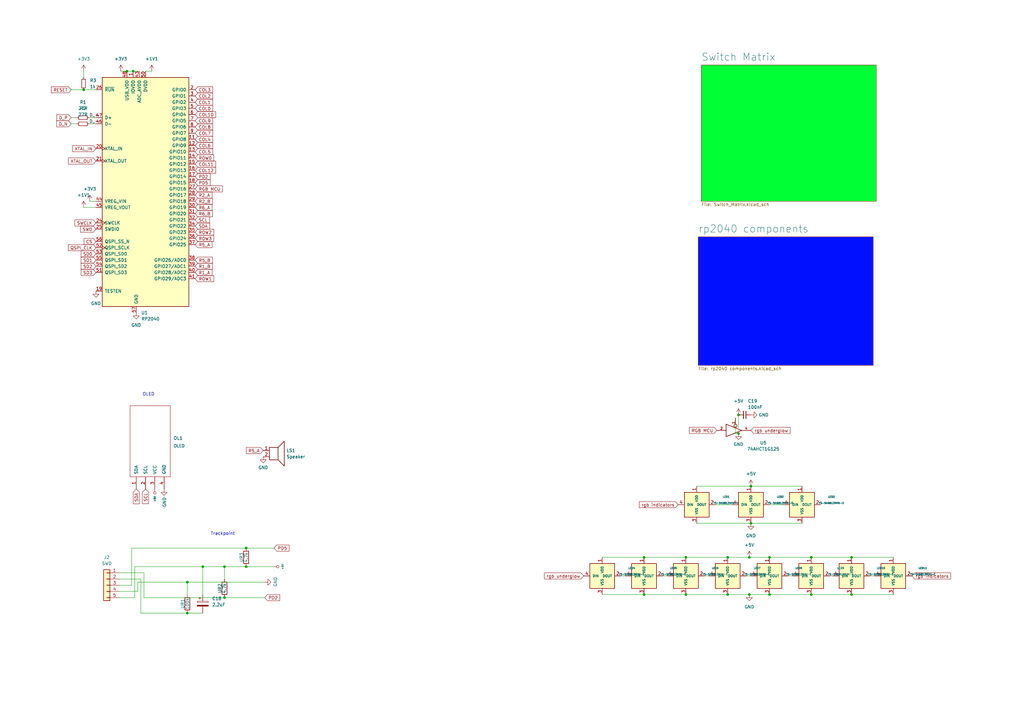
<source format=kicad_sch>
(kicad_sch (version 20211123) (generator eeschema)
  (paper "A3")
  (lib_symbols
    (symbol "74AHCT1G125_1" (pin_names (offset 1.016))
      (property "Reference" "U5" (at 11.43 -5.08 0))
      (property "Value" "74AHCT1G125" (at 11.43 -7.62 0))
      (symbol "74AHCT1G125_1_0_1"
        (polyline (pts (xy -3.81 2.54) (xy -3.81 -2.54) (xy 2.54 0) (xy -3.81 2.54)) (stroke (width 0.254)))
      )
      (symbol "74AHCT1G125_1_1_1"
        (pin input inverted (at 0 5.08 270) (length 3.81) (name "~") (number "1"))
        (pin input line (at -7.62 0 0) (length 3.81) (name "~") (number "2"))
        (pin power_in line (at 1.27 -1.27 270) (length 0) hide (name "GND") (number "3"))
        (pin tri_state line (at 6.35 0 180) (length 3.81) (name "~") (number "4"))
        (pin power_in line (at 1.27 1.27 90) (length 0) hide (name "+5V") (number "5"))
      )
    )
    (symbol "Connector_Generic:Conn_01x05" (pin_names (offset 1.016) hide)
      (property "Reference" "J" (at 0 7.62 0))
      (property "Value" "Conn_01x05" (at 0 -7.62 0))
      (symbol "Conn_01x05_1_1"
        (rectangle (start -1.27 -4.953) (end 0 -5.207) (stroke (width 0.1524)))
        (rectangle (start -1.27 -2.413) (end 0 -2.667) (stroke (width 0.1524)))
        (rectangle (start -1.27 0.127) (end 0 -0.127) (stroke (width 0.1524)))
        (rectangle (start -1.27 2.667) (end 0 2.413) (stroke (width 0.1524)))
        (rectangle (start -1.27 5.207) (end 0 4.953) (stroke (width 0.1524)))
        (rectangle (start -1.27 6.35) (end 1.27 -6.35) (stroke (width 0.254)) (fill (type background)))
        (pin passive line (at -5.08 5.08 0) (length 3.81) (name "Pin_1") (number "1"))
        (pin passive line (at -5.08 2.54 0) (length 3.81) (name "Pin_2") (number "2"))
        (pin passive line (at -5.08 0 0) (length 3.81) (name "Pin_3") (number "3"))
        (pin passive line (at -5.08 -2.54 0) (length 3.81) (name "Pin_4") (number "4"))
        (pin passive line (at -5.08 -5.08 0) (length 3.81) (name "Pin_5") (number "5"))
      )
    )
    (symbol "Device:C_Polarized" (pin_numbers hide) (pin_names (offset 0.254))
      (property "Reference" "C" (at 0.635 2.54 0))
      (property "Value" "C_Polarized" (at 0.635 -2.54 0))
      (symbol "C_Polarized_0_1"
        (rectangle (start -2.286 0.508) (end 2.286 1.016))
        (polyline (pts (xy -1.778 2.286) (xy -0.762 2.286)))
        (polyline (pts (xy -1.27 2.794) (xy -1.27 1.778)))
        (rectangle (start 2.286 -0.508) (end -2.286 -1.016) (fill (type outline)))
      )
      (symbol "C_Polarized_1_1"
        (pin passive line (at 0 3.81 270) (length 2.794) (name "~") (number "1"))
        (pin passive line (at 0 -3.81 90) (length 2.794) (name "~") (number "2"))
      )
    )
    (symbol "Device:C_Small" (pin_numbers hide) (pin_names (offset 0.254) hide)
      (property "Reference" "C" (at 0.254 1.778 0))
      (property "Value" "C_Small" (at 0.254 -2.032 0))
      (symbol "C_Small_0_1"
        (polyline (pts (xy -1.524 -0.508) (xy 1.524 -0.508)) (stroke (width 0.3302)))
        (polyline (pts (xy -1.524 0.508) (xy 1.524 0.508)) (stroke (width 0.3048)))
      )
      (symbol "C_Small_1_1"
        (pin passive line (at 0 2.54 270) (length 2.032) (name "~") (number "1"))
        (pin passive line (at 0 -2.54 90) (length 2.032) (name "~") (number "2"))
      )
    )
    (symbol "Device:R_Small" (pin_numbers hide) (pin_names (offset 0.254) hide)
      (property "Reference" "R" (at 0.762 0.508 0))
      (property "Value" "R_Small" (at 0.762 -1.016 0))
      (symbol "R_Small_0_1"
        (rectangle (start -0.762 1.778) (end 0.762 -1.778) (stroke (width 0.2032)))
      )
      (symbol "R_Small_1_1"
        (pin passive line (at 0 2.54 270) (length 0.762) (name "~") (number "1"))
        (pin passive line (at 0 -2.54 90) (length 0.762) (name "~") (number "2"))
      )
    )
    (symbol "Device:Speaker" (pin_names (offset 0) hide)
      (property "Reference" "LS" (at 1.27 5.715 0))
      (property "Value" "Speaker" (at 1.27 3.81 0))
      (symbol "Speaker_0_0"
        (rectangle (start -2.54 1.27) (end 1.016 -3.81) (stroke (width 0.254)))
        (polyline (pts (xy 1.016 1.27) (xy 3.556 3.81) (xy 3.556 -6.35) (xy 1.016 -3.81)) (stroke (width 0.254)))
      )
      (symbol "Speaker_1_1"
        (pin input line (at -5.08 0 0) (length 2.54) (name "1") (number "1"))
        (pin input line (at -5.08 -2.54 0) (length 2.54) (name "2") (number "2"))
      )
    )
    (symbol "GND_1" (power) (pin_names (offset 0))
      (property "Value" "GND_1" (at 0 -3.81 0))
      (symbol "GND_1_0_1"
        (polyline (pts (xy 0 0) (xy 0 -1.27) (xy 1.27 -1.27) (xy 0 -2.54) (xy -1.27 -1.27) (xy 0 -1.27)))
      )
      (symbol "GND_1_1_1"
        (pin power_in line (at 0 0 270) (length 0) hide (name "GND") (number "1"))
      )
    )
    (symbol "GND_2" (power) (pin_names (offset 0))
      (property "Value" "GND_2" (at 0 -3.81 0))
      (symbol "GND_2_0_1"
        (polyline (pts (xy 0 0) (xy 0 -1.27) (xy 1.27 -1.27) (xy 0 -2.54) (xy -1.27 -1.27) (xy 0 -1.27)))
      )
      (symbol "GND_2_1_1"
        (pin power_in line (at 0 0 270) (length 0) hide (name "GND") (number "1"))
      )
    )
    (symbol "Sleep-lib:RP2040" (pin_names (offset 1.016))
      (property "Reference" "U" (at 8.89 51.435 0))
      (property "Value" "RP2040" (at 8.89 48.895 0))
      (symbol "RP2040_0_0"
        (rectangle (start -17.78 -45.72) (end 17.78 48.26) (stroke (width 0.254)) (fill (type background)))
      )
      (symbol "RP2040_1_1"
        (pin power_in line (at -5.08 50.8 270) (length 2.54) (name "IOVDD") (number "1"))
        (pin power_in line (at -5.08 50.8 270) (length 2.54) hide (name "IOVDD") (number "10"))
        (pin input line (at 20.32 22.86 180) (length 2.54) (name "GPIO8") (number "11"))
        (pin input line (at 20.32 20.32 180) (length 2.54) (name "GPIO9") (number "12"))
        (pin input line (at 20.32 17.78 180) (length 2.54) (name "GPIO10") (number "13"))
        (pin input line (at 20.32 15.24 180) (length 2.54) (name "GPIO11") (number "14"))
        (pin input line (at 20.32 12.7 180) (length 2.54) (name "GPIO12") (number "15"))
        (pin input line (at 20.32 10.16 180) (length 2.54) (name "GPIO13") (number "16"))
        (pin input line (at 20.32 7.62 180) (length 2.54) (name "GPIO14") (number "17"))
        (pin input line (at 20.32 5.08 180) (length 2.54) (name "GPIO15") (number "18"))
        (pin input line (at -20.32 -39.37 0) (length 2.54) (name "TESTEN") (number "19"))
        (pin input line (at 20.32 43.18 180) (length 2.54) (name "GPIO0") (number "2"))
        (pin input clock (at -20.32 19.05 0) (length 2.54) (name "XTAL_IN") (number "20"))
        (pin input clock (at -20.32 13.97 0) (length 2.54) (name "XTAL_OUT") (number "21"))
        (pin power_in line (at -5.08 50.8 270) (length 2.54) hide (name "IOVDD") (number "22"))
        (pin power_in line (at 0 50.8 270) (length 2.54) hide (name "DVDD") (number "23"))
        (pin input clock (at -20.32 -11.43 0) (length 2.54) (name "SWCLK") (number "24"))
        (pin bidirectional line (at -20.32 -13.97 0) (length 2.54) (name "SWDIO") (number "25"))
        (pin input line (at -20.32 43.18 0) (length 2.54) (name "~{RUN}") (number "26"))
        (pin input line (at 20.32 2.54 180) (length 2.54) (name "GPIO16") (number "27"))
        (pin input line (at 20.32 0 180) (length 2.54) (name "GPIO17") (number "28"))
        (pin input line (at 20.32 -2.54 180) (length 2.54) (name "GPIO18") (number "29"))
        (pin input line (at 20.32 40.64 180) (length 2.54) (name "GPIO1") (number "3"))
        (pin input line (at 20.32 -5.08 180) (length 2.54) (name "GPIO19") (number "30"))
        (pin input line (at 20.32 -7.62 180) (length 2.54) (name "GPIO20") (number "31"))
        (pin input line (at 20.32 -10.16 180) (length 2.54) (name "GPIO21") (number "32"))
        (pin power_in line (at -5.08 50.8 270) (length 2.54) hide (name "IOVDD") (number "33"))
        (pin input line (at 20.32 -12.7 180) (length 2.54) (name "GPIO22") (number "34"))
        (pin input line (at 20.32 -15.24 180) (length 2.54) (name "GPIO23") (number "35"))
        (pin input line (at 20.32 -17.78 180) (length 2.54) (name "GPIO24") (number "36"))
        (pin input line (at 20.32 -20.32 180) (length 2.54) (name "GPIO25") (number "37"))
        (pin input line (at 20.32 -26.67 180) (length 2.54) (name "GPIO26/ADC0") (number "38"))
        (pin input line (at 20.32 -29.21 180) (length 2.54) (name "GPIO27/ADC1") (number "39"))
        (pin input line (at 20.32 38.1 180) (length 2.54) (name "GPIO2") (number "4"))
        (pin input line (at 20.32 -31.75 180) (length 2.54) (name "GPIO28/ADC2") (number "40"))
        (pin input line (at 20.32 -34.29 180) (length 2.54) (name "GPIO29/ADC3") (number "41"))
        (pin power_in line (at -5.08 50.8 270) (length 2.54) hide (name "IOVDD") (number "42"))
        (pin power_in line (at -2.54 50.8 270) (length 2.54) (name "ADC_AVDD") (number "43"))
        (pin power_in line (at -20.32 -2.54 0) (length 2.54) (name "VREG_VIN") (number "44"))
        (pin power_out line (at -20.32 -5.08 0) (length 2.54) (name "VREG_VOUT") (number "45"))
        (pin bidirectional line (at -20.32 29.21 0) (length 2.54) (name "D-") (number "46"))
        (pin bidirectional line (at -20.32 31.75 0) (length 2.54) (name "D+") (number "47"))
        (pin power_in line (at -7.62 50.8 270) (length 2.54) (name "USB_VDD") (number "48"))
        (pin power_in line (at -5.08 50.8 270) (length 2.54) hide (name "IOVDD") (number "49"))
        (pin input line (at 20.32 35.56 180) (length 2.54) (name "GPIO3") (number "5"))
        (pin power_in line (at 0 50.8 270) (length 2.54) (name "DVDD") (number "50"))
        (pin bidirectional line (at -20.32 -31.75 0) (length 2.54) (name "QSPI_SD3") (number "51"))
        (pin input clock (at -20.32 -21.59 0) (length 2.54) (name "QSPI_SCLK") (number "52"))
        (pin bidirectional line (at -20.32 -24.13 0) (length 2.54) (name "QSPI_SD0") (number "53"))
        (pin bidirectional line (at -20.32 -29.21 0) (length 2.54) (name "QSPI_SD2") (number "54"))
        (pin bidirectional line (at -20.32 -26.67 0) (length 2.54) (name "QSPI_SD1") (number "55"))
        (pin bidirectional line (at -20.32 -19.05 0) (length 2.54) (name "QSPI_SS_N") (number "56"))
        (pin power_in line (at -3.81 -48.26 90) (length 2.54) (name "GND") (number "57"))
        (pin input line (at 20.32 33.02 180) (length 2.54) (name "GPIO4") (number "6"))
        (pin input line (at 20.32 30.48 180) (length 2.54) (name "GPIO5") (number "7"))
        (pin input line (at 20.32 27.94 180) (length 2.54) (name "GPIO6") (number "8"))
        (pin input line (at 20.32 25.4 180) (length 2.54) (name "GPIO7") (number "9"))
      )
    )
    (symbol "device:R" (pin_numbers hide) (pin_names (offset 0))
      (property "Reference" "R" (at 2.032 0 90))
      (property "Value" "device_R" (at 0 0 90))
      (symbol "R_0_1"
        (rectangle (start -1.016 -2.54) (end 1.016 2.54) (stroke (width 0.254)))
      )
      (symbol "R_1_1"
        (pin passive line (at 0 3.81 270) (length 1.27) (name "~") (number "1"))
        (pin passive line (at 0 -3.81 90) (length 1.27) (name "~") (number "2"))
      )
    )
    (symbol "kbd:OLED" (pin_names (offset 1.016))
      (property "Reference" "OL" (at 0 2.54 0))
      (property "Value" "OLED" (at 0 -1.27 0))
      (symbol "OLED_0_1"
        (rectangle (start -13.97 8.89) (end 15.24 -7.62))
      )
      (symbol "OLED_1_1"
        (pin bidirectional line (at -19.05 6.35 0) (length 5.08) (name "SDA") (number "1"))
        (pin bidirectional line (at -19.05 2.54 0) (length 5.08) (name "SCL") (number "2"))
        (pin power_in line (at -19.05 -1.27 0) (length 5.08) (name "VCC") (number "3"))
        (pin power_in line (at -19.05 -5.08 0) (length 5.08) (name "GND") (number "4"))
      )
    )
    (symbol "kbd:YS-SK6812MINI-E" (pin_names (offset 1.016))
      (property "Reference" "LED" (at 2.54 -7.62 0))
      (property "Value" "YS-SK6812MINI-E" (at 6.35 -6.35 0))
      (symbol "YS-SK6812MINI-E_0_1"
        (rectangle (start -5.08 5.08) (end 5.08 -5.08) (stroke (width 0.254)) (fill (type background)))
      )
      (symbol "YS-SK6812MINI-E_1_1"
        (pin power_in line (at 0 7.62 270) (length 2.54) (name "VDD") (number "1"))
        (pin output line (at 7.62 0 180) (length 2.54) (name "DOUT") (number "2"))
        (pin power_in line (at 0 -7.62 90) (length 2.54) (name "VSS") (number "3"))
        (pin input line (at -7.62 0 0) (length 2.54) (name "DIN") (number "4"))
      )
    )
    (symbol "keyboard_parts:+5V" (power) (pin_names (offset 0))
      (property "Value" "+5V" (at 0 2.794 0))
      (symbol "+5V_0_0"
        (pin power_in line (at 0 0 90) (length 0) hide (name "+5V") (number "1"))
      )
      (symbol "+5V_0_1"
        (polyline (pts (xy 0 0) (xy 0 1.016) (xy 0 1.016)))
        (circle (center 0 1.524) (radius 0.508))
      )
    )
    (symbol "power:+1V1" (power) (pin_names (offset 0))
      (property "Value" "+1V1" (at 0 3.556 0))
      (symbol "+1V1_0_1"
        (polyline (pts (xy -0.762 1.27) (xy 0 2.54)))
        (polyline (pts (xy 0 0) (xy 0 2.54)))
        (polyline (pts (xy 0 2.54) (xy 0.762 1.27)))
      )
      (symbol "+1V1_1_1"
        (pin power_in line (at 0 0 90) (length 0) hide (name "+1V1") (number "1"))
      )
    )
    (symbol "power:+3V3" (power) (pin_names (offset 0))
      (property "Value" "+3V3" (at 0 3.556 0))
      (symbol "+3V3_0_1"
        (polyline (pts (xy -0.762 1.27) (xy 0 2.54)))
        (polyline (pts (xy 0 0) (xy 0 2.54)))
        (polyline (pts (xy 0 2.54) (xy 0.762 1.27)))
      )
      (symbol "+3V3_1_1"
        (pin power_in line (at 0 0 90) (length 0) hide (name "+3V3") (number "1"))
      )
    )
    (symbol "power:+5V" (power) (pin_names (offset 0))
      (property "Value" "+5V" (at 0 3.556 0))
      (symbol "+5V_0_1"
        (polyline (pts (xy -0.762 1.27) (xy 0 2.54)))
        (polyline (pts (xy 0 0) (xy 0 2.54)))
        (polyline (pts (xy 0 2.54) (xy 0.762 1.27)))
      )
      (symbol "+5V_1_1"
        (pin power_in line (at 0 0 90) (length 0) hide (name "+5V") (number "1"))
      )
    )
    (symbol "power:GND" (power) (pin_names (offset 0))
      (property "Value" "power_GND" (at 0 -3.81 0))
      (symbol "GND_0_1"
        (polyline (pts (xy 0 0) (xy 0 -1.27) (xy 1.27 -1.27) (xy 0 -2.54) (xy -1.27 -1.27) (xy 0 -1.27)))
      )
      (symbol "GND_1_1"
        (pin power_in line (at 0 0 270) (length 0) hide (name "GND") (number "1"))
      )
    )
  )
  (junction (at 76.835 251.46))
  (junction (at 315.595 243.84))
  (junction (at 307.975 199.39))
  (junction (at 76.835 238.76))
  (junction (at 332.74 228.6))
  (junction (at 349.25 243.84))
  (junction (at 34.29 36.83))
  (junction (at 92.075 245.11))
  (junction (at 100.965 232.41))
  (junction (at 52.07 29.21))
  (junction (at 307.975 214.63))
  (junction (at 298.45 243.84))
  (junction (at 100.965 224.79))
  (junction (at 307.34 228.6))
  (junction (at 302.895 177.8))
  (junction (at 315.595 228.6))
  (junction (at 307.34 243.84))
  (junction (at 54.61 29.21))
  (junction (at 264.16 243.84))
  (junction (at 264.16 228.6))
  (junction (at 281.305 243.84))
  (junction (at 349.25 228.6))
  (junction (at 281.305 228.6))
  (junction (at 92.075 232.41))
  (junction (at 332.74 243.84))
  (junction (at 298.45 228.6))
  (junction (at 83.185 232.41))
  (junction (at 302.895 170.18))
  (wire (pts (xy 298.45 243.84) (xy 307.34 243.84)))
  (wire (pts (xy 34.29 85.09) (xy 39.37 85.09)))
  (wire (pts (xy 307.34 243.84) (xy 315.595 243.84)))
  (wire (pts (xy 298.45 228.6) (xy 307.34 228.6)))
  (wire (pts (xy 29.21 50.8) (xy 31.496 50.8)))
  (wire (pts (xy 271.78 236.22) (xy 273.685 236.22)))
  (wire (pts (xy 92.075 245.11) (xy 108.585 245.11)))
  (wire (pts (xy 302.895 177.8) (xy 301.625 177.8)))
  (wire (pts (xy 254.635 236.22) (xy 256.54 236.22)))
  (wire (pts (xy 247.015 228.6) (xy 264.16 228.6)))
  (wire (pts (xy 315.595 243.84) (xy 332.74 243.84)))
  (wire (pts (xy 83.185 232.41) (xy 92.075 232.41)))
  (wire (pts (xy 56.515 238.76) (xy 76.835 238.76)))
  (wire (pts (xy 53.975 224.79) (xy 100.965 224.79)))
  (wire (pts (xy 301.625 177.8) (xy 301.625 171.45)))
  (wire (pts (xy 100.965 232.41) (xy 112.395 232.41)))
  (wire (pts (xy 349.25 243.84) (xy 366.395 243.84)))
  (wire (pts (xy 55.245 232.41) (xy 55.245 245.11)))
  (wire (pts (xy 83.185 232.41) (xy 83.185 243.84)))
  (wire (pts (xy 55.245 245.11) (xy 48.895 245.11)))
  (wire (pts (xy 57.785 251.46) (xy 57.785 237.49)))
  (wire (pts (xy 315.595 228.6) (xy 332.74 228.6)))
  (wire (pts (xy 59.055 245.11) (xy 92.075 245.11)))
  (wire (pts (xy 100.965 224.79) (xy 112.395 224.79)))
  (wire (pts (xy 52.07 29.21) (xy 49.53 29.21)))
  (wire (pts (xy 56.515 242.57) (xy 48.895 242.57)))
  (wire (pts (xy 76.835 251.46) (xy 83.185 251.46)))
  (wire (pts (xy 59.055 245.11) (xy 59.055 234.95)))
  (wire (pts (xy 36.576 50.8) (xy 39.37 50.8)))
  (wire (pts (xy 59.69 29.21) (xy 62.23 29.21)))
  (wire (pts (xy 340.36 236.22) (xy 341.63 236.22)))
  (wire (pts (xy 307.34 228.6) (xy 315.595 228.6)))
  (wire (pts (xy 76.835 238.76) (xy 108.585 238.76)))
  (wire (pts (xy 92.075 232.41) (xy 92.075 237.49)))
  (wire (pts (xy 54.61 29.21) (xy 52.07 29.21)))
  (wire (pts (xy 55.245 232.41) (xy 83.185 232.41)))
  (wire (pts (xy 264.16 228.6) (xy 281.305 228.6)))
  (wire (pts (xy 57.785 251.46) (xy 76.835 251.46)))
  (wire (pts (xy 56.515 238.76) (xy 56.515 242.57)))
  (wire (pts (xy 281.305 228.6) (xy 298.45 228.6)))
  (wire (pts (xy 293.37 207.01) (xy 300.355 207.01)))
  (wire (pts (xy 92.075 232.41) (xy 100.965 232.41)))
  (wire (pts (xy 356.87 236.22) (xy 358.775 236.22)))
  (wire (pts (xy 302.895 170.18) (xy 302.895 175.26)))
  (wire (pts (xy 247.015 243.84) (xy 264.16 243.84)))
  (wire (pts (xy 349.25 228.6) (xy 366.395 228.6)))
  (wire (pts (xy 59.055 234.95) (xy 48.895 234.95)))
  (wire (pts (xy 57.15 29.21) (xy 54.61 29.21)))
  (wire (pts (xy 36.576 48.26) (xy 39.37 48.26)))
  (wire (pts (xy 307.975 214.63) (xy 328.93 214.63)))
  (wire (pts (xy 307.975 199.39) (xy 328.93 199.39)))
  (wire (pts (xy 53.975 240.03) (xy 48.895 240.03)))
  (wire (pts (xy 34.29 36.83) (xy 39.37 36.83)))
  (wire (pts (xy 29.21 36.83) (xy 34.29 36.83)))
  (wire (pts (xy 34.29 29.21) (xy 34.29 31.75)))
  (wire (pts (xy 285.75 214.63) (xy 307.975 214.63)))
  (wire (pts (xy 29.21 48.26) (xy 31.496 48.26)))
  (wire (pts (xy 281.305 243.84) (xy 298.45 243.84)))
  (wire (pts (xy 57.785 237.49) (xy 48.895 237.49)))
  (wire (pts (xy 285.75 199.39) (xy 307.975 199.39)))
  (wire (pts (xy 53.975 224.79) (xy 53.975 240.03)))
  (wire (pts (xy 323.215 236.22) (xy 325.12 236.22)))
  (wire (pts (xy 264.16 243.84) (xy 281.305 243.84)))
  (wire (pts (xy 306.07 236.22) (xy 307.975 236.22)))
  (wire (pts (xy 76.835 238.76) (xy 76.835 243.84)))
  (wire (pts (xy 332.74 243.84) (xy 349.25 243.84)))
  (wire (pts (xy 332.74 228.6) (xy 349.25 228.6)))
  (wire (pts (xy 36.83 82.55) (xy 39.37 82.55)))
  (wire (pts (xy 288.925 236.22) (xy 290.83 236.22)))
  (wire (pts (xy 315.595 207.01) (xy 321.31 207.01)))
  (text "Trackpoint" (at 86.36 219.71 0) (effects (font (size 1.27 1.27)) (justify left bottom)))
  (text "OLED" (at 58.42 162.56 0) (effects (font (size 1.27 1.27)) (justify left bottom)))
  (label "D_-" (at 36.576 50.8 0))
  (label "D_+" (at 36.576 48.26 0))
  (global_label "SCL" (shape input) (at 80.01 90.17 0) (property "Intersheet References" "${INTERSHEET_REFS}" (effects hide)))
  (global_label "COL11" (shape input) (at 80.01 67.31 0) (property "Intersheet References" "${INTERSHEET_REFS}" (effects hide)))
  (global_label "SDA" (shape input) (at 55.88 200.66 270) (property "Intersheet References" "${INTERSHEET_REFS}" (effects hide)))
  (global_label "R2_B" (shape input) (at 80.01 82.55 0) (property "Intersheet References" "${INTERSHEET_REFS}" (effects hide)))
  (global_label "rgb indicators" (shape input) (at 278.13 207.01 180) (property "Intersheet References" "${INTERSHEET_REFS}" (effects hide)))
  (global_label "R6_A" (shape input) (at 80.01 85.09 0) (property "Intersheet References" "${INTERSHEET_REFS}" (effects hide)))
  (global_label "ROW1" (shape input) (at 80.01 114.3 0) (property "Intersheet References" "${INTERSHEET_REFS}" (effects hide)))
  (global_label "ROW2" (shape input) (at 80.01 95.25 0) (property "Intersheet References" "${INTERSHEET_REFS}" (effects hide)))
  (global_label "COL1" (shape input) (at 80.01 41.91 0) (property "Intersheet References" "${INTERSHEET_REFS}" (effects hide)))
  (global_label "SD2" (shape input) (at 39.37 109.22 180) (property "Intersheet References" "${INTERSHEET_REFS}" (effects hide)))
  (global_label "COL10" (shape input) (at 80.01 46.99 0) (property "Intersheet References" "${INTERSHEET_REFS}" (effects hide)))
  (global_label "SCL" (shape input) (at 59.69 200.66 270) (property "Intersheet References" "${INTERSHEET_REFS}" (effects hide)))
  (global_label "SWCLK" (shape input) (at 39.37 91.44 180) (property "Intersheet References" "${INTERSHEET_REFS}" (effects hide)))
  (global_label "COL5" (shape input) (at 80.01 62.23 0) (property "Intersheet References" "${INTERSHEET_REFS}" (effects hide)))
  (global_label "SD1" (shape input) (at 39.37 106.68 180) (property "Intersheet References" "${INTERSHEET_REFS}" (effects hide)))
  (global_label "XTAL_IN" (shape input) (at 39.37 60.96 180) (property "Intersheet References" "${INTERSHEET_REFS}" (effects hide)))
  (global_label "SWD" (shape input) (at 39.37 93.98 180) (property "Intersheet References" "${INTERSHEET_REFS}" (effects hide)))
  (global_label "rgb underglow" (shape input) (at 239.395 236.22 180) (property "Intersheet References" "${INTERSHEET_REFS}" (effects hide)))
  (global_label "R2_A" (shape input) (at 80.01 80.01 0) (property "Intersheet References" "${INTERSHEET_REFS}" (effects hide)))
  (global_label "COL8" (shape input) (at 80.01 52.07 0) (property "Intersheet References" "${INTERSHEET_REFS}" (effects hide)))
  (global_label "QSPI_CLK" (shape input) (at 39.37 101.6 180) (property "Intersheet References" "${INTERSHEET_REFS}" (effects hide)))
  (global_label "R5_A" (shape input) (at 107.95 184.785 180) (property "Intersheet References" "${INTERSHEET_REFS}" (effects hide)))
  (global_label "COL0" (shape input) (at 80.01 44.45 0) (property "Intersheet References" "${INTERSHEET_REFS}" (effects hide)))
  (global_label "RESET" (shape input) (at 29.21 36.83 180) (property "Intersheet References" "${INTERSHEET_REFS}" (effects hide)))
  (global_label "R5_A" (shape input) (at 80.01 100.33 0) (property "Intersheet References" "${INTERSHEET_REFS}" (effects hide)))
  (global_label "SD3" (shape input) (at 39.37 111.76 180) (property "Intersheet References" "${INTERSHEET_REFS}" (effects hide)))
  (global_label "COL7" (shape input) (at 80.01 54.61 0) (property "Intersheet References" "${INTERSHEET_REFS}" (effects hide)))
  (global_label "ROW0" (shape input) (at 80.01 64.77 0) (property "Intersheet References" "${INTERSHEET_REFS}" (effects hide)))
  (global_label "D_P" (shape input) (at 29.21 48.26 180) (property "Intersheet References" "${INTERSHEET_REFS}" (effects hide)))
  (global_label "rgb underglow" (shape input) (at 307.975 176.53 0) (property "Intersheet References" "${INTERSHEET_REFS}" (effects hide)))
  (global_label "CS" (shape input) (at 39.37 99.06 180) (property "Intersheet References" "${INTERSHEET_REFS}" (effects hide)))
  (global_label "SDA" (shape input) (at 80.01 92.71 0) (property "Intersheet References" "${INTERSHEET_REFS}" (effects hide)))
  (global_label "PD2" (shape input) (at 80.01 72.39 0) (property "Intersheet References" "${INTERSHEET_REFS}" (effects hide)))
  (global_label "RGB MCU" (shape input) (at 294.005 176.53 180) (property "Intersheet References" "${INTERSHEET_REFS}" (effects hide)))
  (global_label "PD2" (shape input) (at 108.585 245.11 0) (property "Intersheet References" "${INTERSHEET_REFS}" (effects hide)))
  (global_label "rgb indicators" (shape input) (at 374.015 236.22 0) (property "Intersheet References" "${INTERSHEET_REFS}" (effects hide)))
  (global_label "ROW3" (shape input) (at 80.01 97.79 0) (property "Intersheet References" "${INTERSHEET_REFS}" (effects hide)))
  (global_label "RGB MCU" (shape input) (at 80.01 77.47 0) (property "Intersheet References" "${INTERSHEET_REFS}" (effects hide)))
  (global_label "R6_B" (shape input) (at 80.01 87.63 0) (property "Intersheet References" "${INTERSHEET_REFS}" (effects hide)))
  (global_label "XTAL_OUT" (shape input) (at 39.37 66.04 180) (property "Intersheet References" "${INTERSHEET_REFS}" (effects hide)))
  (global_label "COL2" (shape input) (at 80.01 39.37 0) (property "Intersheet References" "${INTERSHEET_REFS}" (effects hide)))
  (global_label "R5_B" (shape input) (at 80.01 106.68 0) (property "Intersheet References" "${INTERSHEET_REFS}" (effects hide)))
  (global_label "PD5" (shape input) (at 80.01 74.93 0) (property "Intersheet References" "${INTERSHEET_REFS}" (effects hide)))
  (global_label "R1_A" (shape input) (at 80.01 111.76 0) (property "Intersheet References" "${INTERSHEET_REFS}" (effects hide)))
  (global_label "COL4" (shape input) (at 80.01 57.15 0) (property "Intersheet References" "${INTERSHEET_REFS}" (effects hide)))
  (global_label "PD5" (shape input) (at 112.395 224.79 0) (property "Intersheet References" "${INTERSHEET_REFS}" (effects hide)))
  (global_label "COL3" (shape input) (at 80.01 36.83 0) (property "Intersheet References" "${INTERSHEET_REFS}" (effects hide)))
  (global_label "COL12" (shape input) (at 80.01 69.85 0) (property "Intersheet References" "${INTERSHEET_REFS}" (effects hide)))
  (global_label "R1_B" (shape input) (at 80.01 109.22 0) (property "Intersheet References" "${INTERSHEET_REFS}" (effects hide)))
  (global_label "COL6" (shape input) (at 80.01 59.69 0) (property "Intersheet References" "${INTERSHEET_REFS}" (effects hide)))
  (global_label "COL9" (shape input) (at 80.01 49.53 0) (property "Intersheet References" "${INTERSHEET_REFS}" (effects hide)))
  (global_label "D_N" (shape input) (at 29.21 50.8 180) (property "Intersheet References" "${INTERSHEET_REFS}" (effects hide)))
  (global_label "SD0" (shape input) (at 39.37 104.14 180) (property "Intersheet References" "${INTERSHEET_REFS}" (effects hide)))
  (symbol (lib_id "Device:C_Polarized") (at 83.185 247.65 0) (unit 1)
    (property "Reference" "C18" (at 86.995 245.4909 0) (effects (justify left)))
    (property "Value" "2.2uF" (at 86.995 248.0309 0) (effects (justify left)))
    (property "Footprint" "Capacitor_SMD:C_0805_2012Metric_Pad1.18x1.45mm_HandSolder" (effects hide))
  )
  (symbol (lib_id "power:GND") (at 307.975 170.18 90) (unit 1)
    (property "Reference" "#PWR0146" (effects hide))
    (property "Value" "GND" (at 311.15 170.1799 90) (effects (justify right)))
  )
  (symbol (lib_id "power:GND") (at 108.585 238.76 90) (unit 1)
    (property "Reference" "#PWR0138" (effects hide))
    (property "Value" "GND" (at 112.9792 238.633 0))
  )
  (symbol (lib_id "power:GND") (at 67.31 200.66 0) (unit 1)
    (property "Reference" "#PWR0136" (effects hide))
    (property "Value" "GND" (at 67.437 203.9112 90) (effects (justify right)))
  )
  (symbol (lib_id "kbd:YS-SK6812MINI-E") (at 285.75 207.01 0) (unit 1)
    (property "Reference" "LED1" (at 297.815 203.7956 0) (effects (font (size 0.7366 0.7366))))
    (property "Value" "YS-SK6812MINI-E" (at 297.815 206.3356 0) (effects (font (size 0.7366 0.7366))))
    (property "Footprint" "Keebio-Parts:SK6812-MINI-E" (effects hide))
  )
  (symbol (lib_id "Device:R_Small") (at 34.29 34.29 0) (unit 1)
    (property "Reference" "R3" (at 36.83 33.0199 0) (effects (justify left)))
    (property "Value" "1k" (at 36.83 35.5599 0) (effects (justify left)))
    (property "Footprint" "Resistor_SMD:R_0402_1005Metric" (effects hide))
  )
  (symbol (lib_id "power:+5V") (at 307.975 199.39 0) (unit 1)
    (property "Reference" "#PWR0142" (effects hide))
    (property "Value" "+5V" (at 307.975 194.31 0))
  )
  (symbol (lib_id "power:GND") (at 55.88 128.27 0) (unit 1)
    (property "Reference" "#PWR0107" (effects hide))
    (property "Value" "GND" (at 55.88 133.35 0))
  )
  (symbol (lib_name "GND_1") (lib_id "power:GND") (at 307.34 243.84 0) (unit 1)
    (property "Reference" "#PWR0140" (effects hide))
    (property "Value" "GND" (at 307.34 248.92 0))
  )
  (symbol (lib_id "kbd:YS-SK6812MINI-E") (at 307.975 207.01 0) (unit 1)
    (property "Reference" "LED2" (at 320.04 203.7956 0) (effects (font (size 0.7366 0.7366))))
    (property "Value" "YS-SK6812MINI-E" (at 320.04 206.3356 0) (effects (font (size 0.7366 0.7366))))
    (property "Footprint" "Keebio-Parts:SK6812-MINI-E" (effects hide))
  )
  (symbol (lib_name "74AHCT1G125_1") (lib_id "74xGxx:74AHCT1G125") (at 301.625 176.53 0) (unit 1)
    (property "Reference" "U5" (at 313.055 181.61 0))
    (property "Value" "74AHCT1G125" (at 313.055 184.15 0))
    (property "Footprint" "Package_TO_SOT_SMD:TSOT-23-5" (effects hide))
    (property "Datasheet" "http://www.ti.com/lit/sg/scyt129e/scyt129e.pdf" (effects hide))
  )
  (symbol (lib_id "power:+3V3") (at 34.29 29.21 0) (unit 1)
    (property "Reference" "#PWR0105" (effects hide))
    (property "Value" "+3V3" (at 34.29 24.13 0))
  )
  (symbol (lib_id "device:R") (at 92.075 241.3 180) (unit 1)
    (property "Reference" "UR2" (at 90.17 241.3 90))
    (property "Value" "4.7k" (at 92.075 241.3 90))
    (property "Footprint" "Resistor_SMD:R_0805_2012Metric_Pad1.20x1.40mm_HandSolder" (effects hide))
  )
  (symbol (lib_id "Connector_Generic:Conn_01x05") (at 43.815 240.03 0) (mirror y) (unit 1)
    (property "Reference" "J2" (at 43.815 228.6 0))
    (property "Value" "SWD" (at 43.815 231.14 0))
    (property "Footprint" "Connector_PinSocket_2.54mm:PinSocket_1x05_P2.54mm_Vertical" (effects hide))
  )
  (symbol (lib_id "power:+5V") (at 302.895 170.18 0) (unit 1)
    (property "Reference" "#PWR0145" (effects hide))
    (property "Value" "+5V" (at 302.895 164.465 0))
  )
  (symbol (lib_id "kbd:YS-SK6812MINI-E") (at 264.16 236.22 0) (unit 1)
    (property "Reference" "LED5" (at 276.225 233.0056 0) (effects (font (size 0.7366 0.7366))))
    (property "Value" "YS-SK6812MINI-E" (at 276.225 235.5456 0) (effects (font (size 0.7366 0.7366))))
    (property "Footprint" "CrumpPrints:WS2812-2020" (effects hide))
  )
  (symbol (lib_id "Device:Speaker") (at 113.03 184.785 0) (unit 1)
    (property "Reference" "LS1" (at 117.475 184.7849 0) (effects (justify left)))
    (property "Value" "Speaker" (at 117.475 187.3249 0) (effects (justify left)))
    (property "Footprint" "Keebio-Parts:AST1109MLTRQ" (effects hide))
  )
  (symbol (lib_id "power:GND") (at 302.895 177.8 0) (unit 1)
    (property "Reference" "#PWR0144" (effects hide))
    (property "Value" "GND" (at 302.895 182.245 0))
  )
  (symbol (lib_id "power:+1V1") (at 34.29 85.09 0) (unit 1)
    (property "Reference" "#PWR0102" (effects hide))
    (property "Value" "+1V1" (at 34.29 80.01 0))
  )
  (symbol (lib_id "kbd:YS-SK6812MINI-E") (at 247.015 236.22 0) (unit 1)
    (property "Reference" "LED4" (at 259.08 233.0056 0) (effects (font (size 0.7366 0.7366))))
    (property "Value" "YS-SK6812MINI-E" (at 259.08 235.5456 0) (effects (font (size 0.7366 0.7366))))
    (property "Footprint" "CrumpPrints:WS2812-2020" (effects hide))
  )
  (symbol (lib_id "power:+1V1") (at 62.23 29.21 0) (unit 1)
    (property "Reference" "#PWR0106" (effects hide))
    (property "Value" "+1V1" (at 62.23 24.13 0))
  )
  (symbol (lib_id "keyboard_parts:+5V") (at 112.395 232.41 270) (unit 1)
    (property "Reference" "#PWR0139" (effects hide))
    (property "Value" "+5V" (at 115.9002 232.41 0) (effects (font (size 0.762 0.762))))
  )
  (symbol (lib_id "power:+3V3") (at 49.53 29.21 0) (unit 1)
    (property "Reference" "#PWR0104" (effects hide))
    (property "Value" "+3V3" (at 49.53 24.13 0))
  )
  (symbol (lib_id "device:R") (at 100.965 228.6 180) (unit 1)
    (property "Reference" "UR3" (at 99.06 228.6 90))
    (property "Value" "4.7k" (at 100.965 228.6 90))
    (property "Footprint" "Resistor_SMD:R_0805_2012Metric_Pad1.20x1.40mm_HandSolder" (effects hide))
  )
  (symbol (lib_id "kbd:YS-SK6812MINI-E") (at 332.74 236.22 0) (unit 1)
    (property "Reference" "LED9" (at 344.805 233.0056 0) (effects (font (size 0.7366 0.7366))))
    (property "Value" "YS-SK6812MINI-E" (at 344.805 235.5456 0) (effects (font (size 0.7366 0.7366))))
    (property "Footprint" "CrumpPrints:WS2812-2020" (effects hide))
  )
  (symbol (lib_id "Device:R_Small") (at 34.036 48.26 90) (unit 1)
    (property "Reference" "R1" (at 34.036 41.91 90))
    (property "Value" "27R" (at 34.036 44.45 90))
    (property "Footprint" "Resistor_SMD:R_0603_1608Metric" (effects hide))
  )
  (symbol (lib_id "kbd:YS-SK6812MINI-E") (at 281.305 236.22 0) (unit 1)
    (property "Reference" "LED6" (at 293.37 233.0056 0) (effects (font (size 0.7366 0.7366))))
    (property "Value" "YS-SK6812MINI-E" (at 293.37 235.5456 0) (effects (font (size 0.7366 0.7366))))
    (property "Footprint" "CrumpPrints:WS2812-2020" (effects hide))
  )
  (symbol (lib_id "power:GND") (at 39.37 119.38 0) (unit 1)
    (property "Reference" "#PWR0101" (effects hide))
    (property "Value" "GND" (at 39.37 124.46 0))
  )
  (symbol (lib_id "kbd:YS-SK6812MINI-E") (at 298.45 236.22 0) (unit 1)
    (property "Reference" "LED7" (at 310.515 233.0056 0) (effects (font (size 0.7366 0.7366))))
    (property "Value" "YS-SK6812MINI-E" (at 310.515 235.5456 0) (effects (font (size 0.7366 0.7366))))
    (property "Footprint" "CrumpPrints:WS2812-2020" (effects hide))
  )
  (symbol (lib_id "kbd:YS-SK6812MINI-E") (at 315.595 236.22 0) (unit 1)
    (property "Reference" "LED8" (at 327.66 233.0056 0) (effects (font (size 0.7366 0.7366))))
    (property "Value" "YS-SK6812MINI-E" (at 327.66 235.5456 0) (effects (font (size 0.7366 0.7366))))
    (property "Footprint" "CrumpPrints:WS2812-2020" (effects hide))
  )
  (symbol (lib_id "Sleep-lib:RP2040") (at 59.69 80.01 0) (unit 1)
    (property "Reference" "U1" (at 57.8994 128.27 0) (effects (justify left)))
    (property "Value" "RP2040" (at 57.8994 130.81 0) (effects (justify left)))
    (property "Footprint" "Sleep-lib:RP2040-QFN-56" (effects hide))
    (property "Datasheet" "https://datasheets.raspberrypi.com/rp2040/rp2040-datasheet.pdf" (effects hide))
  )
  (symbol (lib_name "GND_1") (lib_id "power:GND") (at 307.975 214.63 0) (unit 1)
    (property "Reference" "#PWR0143" (effects hide))
    (property "Value" "GND" (at 307.975 219.71 0))
  )
  (symbol (lib_id "power:+3V3") (at 36.83 82.55 0) (unit 1)
    (property "Reference" "#PWR0103" (effects hide))
    (property "Value" "+3V3" (at 36.83 77.47 0))
  )
  (symbol (lib_id "kbd:YS-SK6812MINI-E") (at 366.395 236.22 0) (unit 1)
    (property "Reference" "LED11" (at 378.46 233.0056 0) (effects (font (size 0.7366 0.7366))))
    (property "Value" "YS-SK6812MINI-E" (at 378.46 235.5456 0) (effects (font (size 0.7366 0.7366))))
    (property "Footprint" "CrumpPrints:WS2812-2020" (effects hide))
  )
  (symbol (lib_id "Device:C_Small") (at 305.435 170.18 270) (unit 1)
    (property "Reference" "C19" (at 306.705 164.465 90) (effects (justify left)))
    (property "Value" "100nF" (at 306.705 166.9988 90) (effects (justify left)))
    (property "Footprint" "Capacitor_SMD:C_0402_1005Metric" (effects hide))
  )
  (symbol (lib_id "keyboard_parts:+5V") (at 63.5 200.66 180) (unit 1)
    (property "Reference" "#PWR0137" (effects hide))
    (property "Value" "+5V" (at 63.5 203.4032 90) (effects (font (size 0.762 0.762)) (justify left)))
  )
  (symbol (lib_id "power:+5V") (at 307.34 228.6 0) (unit 1)
    (property "Reference" "#PWR0141" (effects hide))
    (property "Value" "+5V" (at 307.34 223.52 0))
  )
  (symbol (lib_id "device:R") (at 76.835 247.65 180) (unit 1)
    (property "Reference" "UR1" (at 74.93 247.65 90))
    (property "Value" "100k" (at 76.835 247.65 90))
    (property "Footprint" "Resistor_SMD:R_0805_2012Metric_Pad1.20x1.40mm_HandSolder" (effects hide))
  )
  (symbol (lib_id "Device:R_Small") (at 34.036 50.8 90) (unit 1)
    (property "Reference" "R2" (at 34.036 44.45 90))
    (property "Value" "27R" (at 34.036 46.99 90))
    (property "Footprint" "Resistor_SMD:R_0603_1608Metric" (effects hide))
  )
  (symbol (lib_id "kbd:YS-SK6812MINI-E") (at 328.93 207.01 0) (unit 1)
    (property "Reference" "LED3" (at 340.995 203.7956 0) (effects (font (size 0.7366 0.7366))))
    (property "Value" "YS-SK6812MINI-E" (at 340.995 206.3356 0) (effects (font (size 0.7366 0.7366))))
    (property "Footprint" "Keebio-Parts:SK6812-MINI-E" (effects hide))
  )
  (symbol (lib_id "kbd:OLED") (at 62.23 181.61 90) (unit 1)
    (property "Reference" "OL1" (at 71.12 179.705 90) (effects (font (size 1.2954 1.2954)) (justify right)))
    (property "Value" "OLED" (at 71.12 182.88 90) (effects (font (size 1.1938 1.1938)) (justify right)))
    (property "Footprint" "kbd:OLED_v2" (effects hide))
  )
  (symbol (lib_name "GND_2") (lib_id "power:GND") (at 107.95 187.325 0) (unit 1)
    (property "Reference" "#PWR0148" (effects hide))
    (property "Value" "GND" (at 107.95 191.77 0))
  )
  (symbol (lib_id "kbd:YS-SK6812MINI-E") (at 349.25 236.22 0) (unit 1)
    (property "Reference" "LED10" (at 361.315 233.0056 0) (effects (font (size 0.7366 0.7366))))
    (property "Value" "YS-SK6812MINI-E" (at 361.315 235.5456 0) (effects (font (size 0.7366 0.7366))))
    (property "Footprint" "CrumpPrints:WS2812-2020" (effects hide))
  )
  (sheet (at 287.655 26.67) (size 71.755 55.88) (stroke (width 0.1524)) (fill (color 0 255 53 1.0000))
    (property "Sheet name" "Switch Matrix" (at 287.655 25.0934 0) (effects (font (size 3 3)) (justify left bottom)))
    (property "Sheet file" "Switch_Matrix.kicad_sch" (at 287.655 83.1346 0) (effects (justify left top)))
  )
  (sheet (at 286.385 97.155) (size 71.755 52.705) (stroke (width 0.1524)) (fill (color 1 17 255 1.0000))
    (property "Sheet name" "rp2040 components" (at 286.385 95.5784 0) (effects (font (size 3 3)) (justify left bottom)))
    (property "Sheet file" "rp2040 components.kicad_sch" (at 286.385 150.4446 0) (effects (justify left top)))
  )
)
</source>
